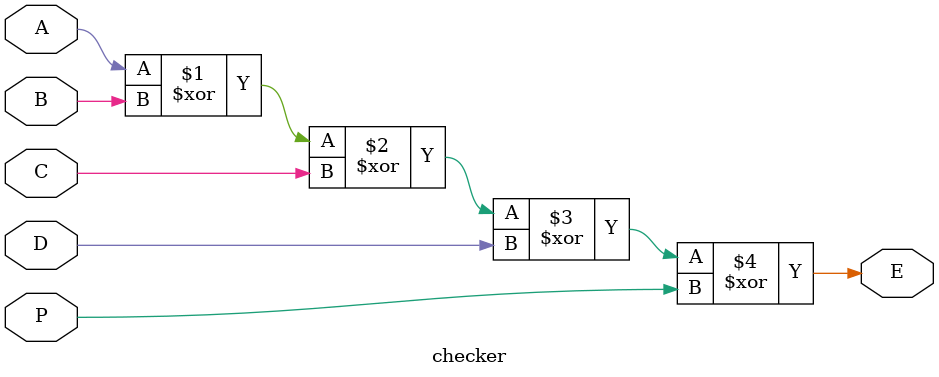
<source format=v>
`timescale 1ns / 1ps

module checker(
    input A,
    input B,
    input C,
    input D,
    input P,
    output E
    );

assign E = A^B^C^D^P;

endmodule
</source>
